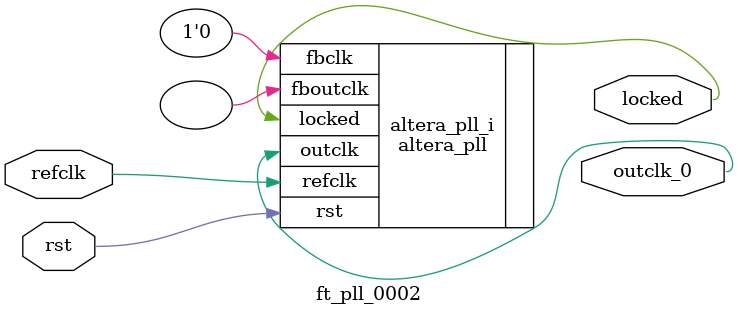
<source format=v>
`timescale 1ns/10ps
module  ft_pll_0002(

	// interface 'refclk'
	input wire refclk,

	// interface 'reset'
	input wire rst,

	// interface 'outclk0'
	output wire outclk_0,

	// interface 'locked'
	output wire locked
);

	altera_pll #(
		.fractional_vco_multiplier("false"),
		.reference_clock_frequency("100.0 MHz"),
		.operation_mode("normal"),
		.number_of_clocks(1),
		.output_clock_frequency0("100.0 MHz"),
		.phase_shift0("0 ps"),
		.duty_cycle0(50),
		.output_clock_frequency1("0 MHz"),
		.phase_shift1("0 ps"),
		.duty_cycle1(50),
		.output_clock_frequency2("0 MHz"),
		.phase_shift2("0 ps"),
		.duty_cycle2(50),
		.output_clock_frequency3("0 MHz"),
		.phase_shift3("0 ps"),
		.duty_cycle3(50),
		.output_clock_frequency4("0 MHz"),
		.phase_shift4("0 ps"),
		.duty_cycle4(50),
		.output_clock_frequency5("0 MHz"),
		.phase_shift5("0 ps"),
		.duty_cycle5(50),
		.output_clock_frequency6("0 MHz"),
		.phase_shift6("0 ps"),
		.duty_cycle6(50),
		.output_clock_frequency7("0 MHz"),
		.phase_shift7("0 ps"),
		.duty_cycle7(50),
		.output_clock_frequency8("0 MHz"),
		.phase_shift8("0 ps"),
		.duty_cycle8(50),
		.output_clock_frequency9("0 MHz"),
		.phase_shift9("0 ps"),
		.duty_cycle9(50),
		.output_clock_frequency10("0 MHz"),
		.phase_shift10("0 ps"),
		.duty_cycle10(50),
		.output_clock_frequency11("0 MHz"),
		.phase_shift11("0 ps"),
		.duty_cycle11(50),
		.output_clock_frequency12("0 MHz"),
		.phase_shift12("0 ps"),
		.duty_cycle12(50),
		.output_clock_frequency13("0 MHz"),
		.phase_shift13("0 ps"),
		.duty_cycle13(50),
		.output_clock_frequency14("0 MHz"),
		.phase_shift14("0 ps"),
		.duty_cycle14(50),
		.output_clock_frequency15("0 MHz"),
		.phase_shift15("0 ps"),
		.duty_cycle15(50),
		.output_clock_frequency16("0 MHz"),
		.phase_shift16("0 ps"),
		.duty_cycle16(50),
		.output_clock_frequency17("0 MHz"),
		.phase_shift17("0 ps"),
		.duty_cycle17(50),
		.pll_type("General"),
		.pll_subtype("General")
	) altera_pll_i (
		.outclk	({outclk_0}),
		.locked	(locked),
		.fboutclk	( ),
		.fbclk	(1'b0),
		.rst	(rst),
		.refclk	(refclk)
	);
endmodule


</source>
